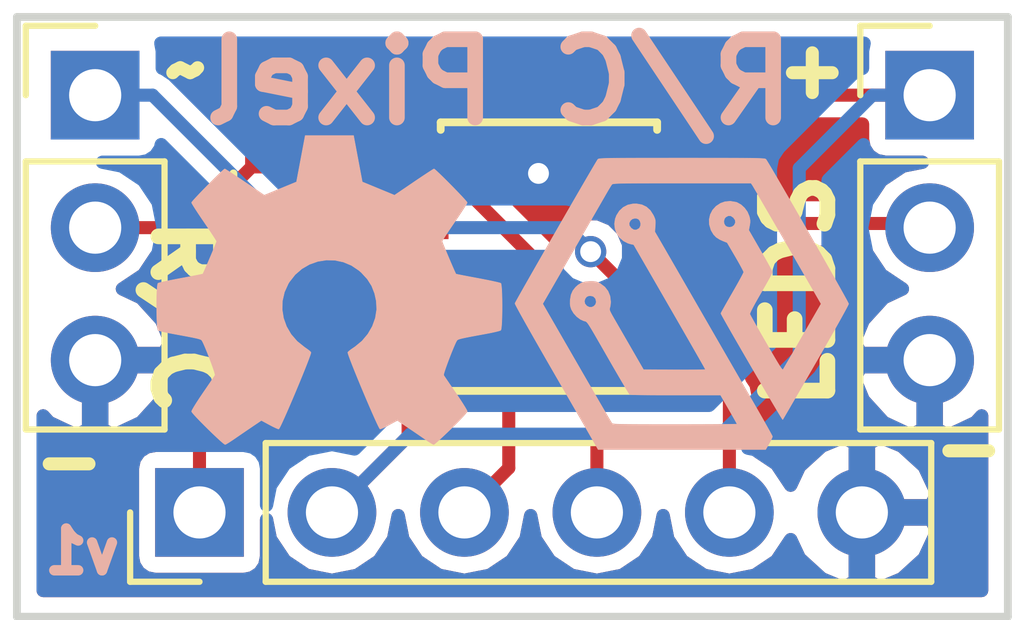
<source format=kicad_pcb>
(kicad_pcb (version 4) (host pcbnew 4.0.7)

  (general
    (links 14)
    (no_connects 3)
    (area 122.073809 101.025 152.74762 117.747619)
    (thickness 1.6)
    (drawings 12)
    (tracks 39)
    (zones 0)
    (modules 7)
    (nets 9)
  )

  (page A4)
  (layers
    (0 F.Cu signal)
    (31 B.Cu signal)
    (32 B.Adhes user)
    (33 F.Adhes user)
    (34 B.Paste user)
    (35 F.Paste user)
    (36 B.SilkS user)
    (37 F.SilkS user)
    (38 B.Mask user)
    (39 F.Mask user)
    (40 Dwgs.User user)
    (41 Cmts.User user)
    (42 Eco1.User user)
    (43 Eco2.User user)
    (44 Edge.Cuts user)
    (45 Margin user)
    (46 B.CrtYd user)
    (47 F.CrtYd user)
    (48 B.Fab user hide)
    (49 F.Fab user hide)
  )

  (setup
    (last_trace_width 0.25)
    (trace_clearance 0.2)
    (zone_clearance 0.3)
    (zone_45_only no)
    (trace_min 0.2)
    (segment_width 0.2)
    (edge_width 0.15)
    (via_size 0.6)
    (via_drill 0.4)
    (via_min_size 0.4)
    (via_min_drill 0.3)
    (uvia_size 0.3)
    (uvia_drill 0.1)
    (uvias_allowed no)
    (uvia_min_size 0.2)
    (uvia_min_drill 0.1)
    (pcb_text_width 0.3)
    (pcb_text_size 1.5 1.5)
    (mod_edge_width 0.15)
    (mod_text_size 1 1)
    (mod_text_width 0.15)
    (pad_size 1.524 1.524)
    (pad_drill 0.762)
    (pad_to_mask_clearance 0.2)
    (aux_axis_origin 0 0)
    (visible_elements FFFFFF7F)
    (pcbplotparams
      (layerselection 0x010f0_80000001)
      (usegerberextensions false)
      (excludeedgelayer true)
      (linewidth 0.100000)
      (plotframeref false)
      (viasonmask false)
      (mode 1)
      (useauxorigin false)
      (hpglpennumber 1)
      (hpglpenspeed 20)
      (hpglpendiameter 15)
      (hpglpenoverlay 2)
      (psnegative false)
      (psa4output false)
      (plotreference true)
      (plotvalue true)
      (plotinvisibletext false)
      (padsonsilk false)
      (subtractmaskfromsilk false)
      (outputformat 1)
      (mirror false)
      (drillshape 0)
      (scaleselection 1)
      (outputdirectory gerbers/))
  )

  (net 0 "")
  (net 1 GND)
  (net 2 +5V)
  (net 3 /RC)
  (net 4 /LEDS)
  (net 5 /MISO)
  (net 6 /SCK)
  (net 7 /MOSI)
  (net 8 /RST)

  (net_class Default "This is the default net class."
    (clearance 0.2)
    (trace_width 0.25)
    (via_dia 0.6)
    (via_drill 0.4)
    (uvia_dia 0.3)
    (uvia_drill 0.1)
    (add_net +5V)
    (add_net /LEDS)
    (add_net /MISO)
    (add_net /MOSI)
    (add_net /RC)
    (add_net /RST)
    (add_net /SCK)
    (add_net GND)
  )

  (module Capacitors_SMD:C_0805 (layer F.Cu) (tedit 5A9DB525) (tstamp 5A9DB466)
    (at 135.5 107 270)
    (descr "Capacitor SMD 0805, reflow soldering, AVX (see smccp.pdf)")
    (tags "capacitor 0805")
    (path /5A9DB8B4)
    (attr smd)
    (fp_text reference C1 (at 0 -2.1 270) (layer F.SilkS) hide
      (effects (font (size 1 1) (thickness 0.15)))
    )
    (fp_text value C (at 0 2.1 270) (layer F.Fab)
      (effects (font (size 1 1) (thickness 0.15)))
    )
    (fp_line (start -1 0.625) (end -1 -0.625) (layer F.Fab) (width 0.15))
    (fp_line (start 1 0.625) (end -1 0.625) (layer F.Fab) (width 0.15))
    (fp_line (start 1 -0.625) (end 1 0.625) (layer F.Fab) (width 0.15))
    (fp_line (start -1 -0.625) (end 1 -0.625) (layer F.Fab) (width 0.15))
    (fp_line (start -1.8 -1) (end 1.8 -1) (layer F.CrtYd) (width 0.05))
    (fp_line (start -1.8 1) (end 1.8 1) (layer F.CrtYd) (width 0.05))
    (fp_line (start -1.8 -1) (end -1.8 1) (layer F.CrtYd) (width 0.05))
    (fp_line (start 1.8 -1) (end 1.8 1) (layer F.CrtYd) (width 0.05))
    (fp_line (start 0.5 -0.85) (end -0.5 -0.85) (layer F.SilkS) (width 0.15))
    (fp_line (start -0.5 0.85) (end 0.5 0.85) (layer F.SilkS) (width 0.15))
    (pad 1 smd rect (at -1 0 270) (size 1 1.25) (layers F.Cu F.Paste F.Mask)
      (net 2 +5V))
    (pad 2 smd rect (at 1 0 270) (size 1 1.25) (layers F.Cu F.Paste F.Mask)
      (net 1 GND))
    (model Capacitors_SMD.3dshapes/C_0805.wrl
      (at (xyz 0 0 0))
      (scale (xyz 1 1 1))
      (rotate (xyz 0 0 0))
    )
  )

  (module Pin_Headers:Pin_Header_Straight_1x03_Pitch2.54mm (layer F.Cu) (tedit 5A9DB518) (tstamp 5A9DB46D)
    (at 132 105)
    (descr "Through hole straight pin header, 1x03, 2.54mm pitch, single row")
    (tags "Through hole pin header THT 1x03 2.54mm single row")
    (path /5A9DABAC)
    (fp_text reference J1 (at -1 -3) (layer F.SilkS) hide
      (effects (font (size 1 1) (thickness 0.15)))
    )
    (fp_text value Conn_01x03 (at 0 7.41) (layer F.Fab)
      (effects (font (size 1 1) (thickness 0.15)))
    )
    (fp_line (start -0.635 -1.27) (end 1.27 -1.27) (layer F.Fab) (width 0.1))
    (fp_line (start 1.27 -1.27) (end 1.27 6.35) (layer F.Fab) (width 0.1))
    (fp_line (start 1.27 6.35) (end -1.27 6.35) (layer F.Fab) (width 0.1))
    (fp_line (start -1.27 6.35) (end -1.27 -0.635) (layer F.Fab) (width 0.1))
    (fp_line (start -1.27 -0.635) (end -0.635 -1.27) (layer F.Fab) (width 0.1))
    (fp_line (start -1.33 6.41) (end 1.33 6.41) (layer F.SilkS) (width 0.12))
    (fp_line (start -1.33 1.27) (end -1.33 6.41) (layer F.SilkS) (width 0.12))
    (fp_line (start 1.33 1.27) (end 1.33 6.41) (layer F.SilkS) (width 0.12))
    (fp_line (start -1.33 1.27) (end 1.33 1.27) (layer F.SilkS) (width 0.12))
    (fp_line (start -1.33 0) (end -1.33 -1.33) (layer F.SilkS) (width 0.12))
    (fp_line (start -1.33 -1.33) (end 0 -1.33) (layer F.SilkS) (width 0.12))
    (fp_line (start -1.8 -1.8) (end -1.8 6.85) (layer F.CrtYd) (width 0.05))
    (fp_line (start -1.8 6.85) (end 1.8 6.85) (layer F.CrtYd) (width 0.05))
    (fp_line (start 1.8 6.85) (end 1.8 -1.8) (layer F.CrtYd) (width 0.05))
    (fp_line (start 1.8 -1.8) (end -1.8 -1.8) (layer F.CrtYd) (width 0.05))
    (fp_text user %R (at 0 2.54 90) (layer F.Fab)
      (effects (font (size 1 1) (thickness 0.15)))
    )
    (pad 1 thru_hole rect (at 0 0) (size 1.7 1.7) (drill 1) (layers *.Cu *.Mask)
      (net 3 /RC))
    (pad 2 thru_hole oval (at 0 2.54) (size 1.7 1.7) (drill 1) (layers *.Cu *.Mask)
      (net 2 +5V))
    (pad 3 thru_hole oval (at 0 5.08) (size 1.7 1.7) (drill 1) (layers *.Cu *.Mask)
      (net 1 GND))
    (model ${KISYS3DMOD}/Pin_Headers.3dshapes/Pin_Header_Straight_1x03_Pitch2.54mm.wrl
      (at (xyz 0 0 0))
      (scale (xyz 1 1 1))
      (rotate (xyz 0 0 0))
    )
  )

  (module Pin_Headers:Pin_Header_Straight_1x03_Pitch2.54mm (layer F.Cu) (tedit 5A9DB51C) (tstamp 5A9DB474)
    (at 148 105)
    (descr "Through hole straight pin header, 1x03, 2.54mm pitch, single row")
    (tags "Through hole pin header THT 1x03 2.54mm single row")
    (path /5A9DAC1C)
    (fp_text reference J2 (at 0 -2.33) (layer F.SilkS) hide
      (effects (font (size 1 1) (thickness 0.15)))
    )
    (fp_text value Conn_01x03 (at 0 7.41) (layer F.Fab)
      (effects (font (size 1 1) (thickness 0.15)))
    )
    (fp_line (start -0.635 -1.27) (end 1.27 -1.27) (layer F.Fab) (width 0.1))
    (fp_line (start 1.27 -1.27) (end 1.27 6.35) (layer F.Fab) (width 0.1))
    (fp_line (start 1.27 6.35) (end -1.27 6.35) (layer F.Fab) (width 0.1))
    (fp_line (start -1.27 6.35) (end -1.27 -0.635) (layer F.Fab) (width 0.1))
    (fp_line (start -1.27 -0.635) (end -0.635 -1.27) (layer F.Fab) (width 0.1))
    (fp_line (start -1.33 6.41) (end 1.33 6.41) (layer F.SilkS) (width 0.12))
    (fp_line (start -1.33 1.27) (end -1.33 6.41) (layer F.SilkS) (width 0.12))
    (fp_line (start 1.33 1.27) (end 1.33 6.41) (layer F.SilkS) (width 0.12))
    (fp_line (start -1.33 1.27) (end 1.33 1.27) (layer F.SilkS) (width 0.12))
    (fp_line (start -1.33 0) (end -1.33 -1.33) (layer F.SilkS) (width 0.12))
    (fp_line (start -1.33 -1.33) (end 0 -1.33) (layer F.SilkS) (width 0.12))
    (fp_line (start -1.8 -1.8) (end -1.8 6.85) (layer F.CrtYd) (width 0.05))
    (fp_line (start -1.8 6.85) (end 1.8 6.85) (layer F.CrtYd) (width 0.05))
    (fp_line (start 1.8 6.85) (end 1.8 -1.8) (layer F.CrtYd) (width 0.05))
    (fp_line (start 1.8 -1.8) (end -1.8 -1.8) (layer F.CrtYd) (width 0.05))
    (fp_text user %R (at 0 2.54 90) (layer F.Fab)
      (effects (font (size 1 1) (thickness 0.15)))
    )
    (pad 1 thru_hole rect (at 0 0) (size 1.7 1.7) (drill 1) (layers *.Cu *.Mask)
      (net 2 +5V))
    (pad 2 thru_hole oval (at 0 2.54) (size 1.7 1.7) (drill 1) (layers *.Cu *.Mask)
      (net 4 /LEDS))
    (pad 3 thru_hole oval (at 0 5.08) (size 1.7 1.7) (drill 1) (layers *.Cu *.Mask)
      (net 1 GND))
    (model ${KISYS3DMOD}/Pin_Headers.3dshapes/Pin_Header_Straight_1x03_Pitch2.54mm.wrl
      (at (xyz 0 0 0))
      (scale (xyz 1 1 1))
      (rotate (xyz 0 0 0))
    )
  )

  (module Pin_Headers:Pin_Header_Straight_1x06_Pitch2.54mm (layer F.Cu) (tedit 5A9DB51E) (tstamp 5A9DB47E)
    (at 134 113 90)
    (descr "Through hole straight pin header, 1x06, 2.54mm pitch, single row")
    (tags "Through hole pin header THT 1x06 2.54mm single row")
    (path /5A9DAC70)
    (fp_text reference J3 (at 0 -2.33 90) (layer F.SilkS) hide
      (effects (font (size 1 1) (thickness 0.15)))
    )
    (fp_text value Conn_01x06 (at 0 15.03 90) (layer F.Fab)
      (effects (font (size 1 1) (thickness 0.15)))
    )
    (fp_line (start -0.635 -1.27) (end 1.27 -1.27) (layer F.Fab) (width 0.1))
    (fp_line (start 1.27 -1.27) (end 1.27 13.97) (layer F.Fab) (width 0.1))
    (fp_line (start 1.27 13.97) (end -1.27 13.97) (layer F.Fab) (width 0.1))
    (fp_line (start -1.27 13.97) (end -1.27 -0.635) (layer F.Fab) (width 0.1))
    (fp_line (start -1.27 -0.635) (end -0.635 -1.27) (layer F.Fab) (width 0.1))
    (fp_line (start -1.33 14.03) (end 1.33 14.03) (layer F.SilkS) (width 0.12))
    (fp_line (start -1.33 1.27) (end -1.33 14.03) (layer F.SilkS) (width 0.12))
    (fp_line (start 1.33 1.27) (end 1.33 14.03) (layer F.SilkS) (width 0.12))
    (fp_line (start -1.33 1.27) (end 1.33 1.27) (layer F.SilkS) (width 0.12))
    (fp_line (start -1.33 0) (end -1.33 -1.33) (layer F.SilkS) (width 0.12))
    (fp_line (start -1.33 -1.33) (end 0 -1.33) (layer F.SilkS) (width 0.12))
    (fp_line (start -1.8 -1.8) (end -1.8 14.5) (layer F.CrtYd) (width 0.05))
    (fp_line (start -1.8 14.5) (end 1.8 14.5) (layer F.CrtYd) (width 0.05))
    (fp_line (start 1.8 14.5) (end 1.8 -1.8) (layer F.CrtYd) (width 0.05))
    (fp_line (start 1.8 -1.8) (end -1.8 -1.8) (layer F.CrtYd) (width 0.05))
    (fp_text user %R (at 0 6.35 180) (layer F.Fab)
      (effects (font (size 1 1) (thickness 0.15)))
    )
    (pad 1 thru_hole rect (at 0 0 90) (size 1.7 1.7) (drill 1) (layers *.Cu *.Mask)
      (net 5 /MISO))
    (pad 2 thru_hole oval (at 0 2.54 90) (size 1.7 1.7) (drill 1) (layers *.Cu *.Mask)
      (net 2 +5V))
    (pad 3 thru_hole oval (at 0 5.08 90) (size 1.7 1.7) (drill 1) (layers *.Cu *.Mask)
      (net 6 /SCK))
    (pad 4 thru_hole oval (at 0 7.62 90) (size 1.7 1.7) (drill 1) (layers *.Cu *.Mask)
      (net 7 /MOSI))
    (pad 5 thru_hole oval (at 0 10.16 90) (size 1.7 1.7) (drill 1) (layers *.Cu *.Mask)
      (net 8 /RST))
    (pad 6 thru_hole oval (at 0 12.7 90) (size 1.7 1.7) (drill 1) (layers *.Cu *.Mask)
      (net 1 GND))
    (model ${KISYS3DMOD}/Pin_Headers.3dshapes/Pin_Header_Straight_1x06_Pitch2.54mm.wrl
      (at (xyz 0 0 0))
      (scale (xyz 1 1 1))
      (rotate (xyz 0 0 0))
    )
  )

  (module Housings_SOIC:SOIC-8_3.9x4.9mm_Pitch1.27mm (layer F.Cu) (tedit 5A9DBCA4) (tstamp 5A9DB48A)
    (at 140.7 108.095 180)
    (descr "8-Lead Plastic Small Outline (SN) - Narrow, 3.90 mm Body [SOIC] (see Microchip Packaging Specification 00000049BS.pdf)")
    (tags "SOIC 1.27")
    (path /5A9DAB54)
    (attr smd)
    (fp_text reference U1 (at 0 -3.5 180) (layer F.SilkS) hide
      (effects (font (size 1 1) (thickness 0.15)))
    )
    (fp_text value ATTINY85-20SU (at 0 3.5 180) (layer F.Fab)
      (effects (font (size 1 1) (thickness 0.15)))
    )
    (fp_line (start -0.95 -2.45) (end 1.95 -2.45) (layer F.Fab) (width 0.15))
    (fp_line (start 1.95 -2.45) (end 1.95 2.45) (layer F.Fab) (width 0.15))
    (fp_line (start 1.95 2.45) (end -1.95 2.45) (layer F.Fab) (width 0.15))
    (fp_line (start -1.95 2.45) (end -1.95 -1.45) (layer F.Fab) (width 0.15))
    (fp_line (start -1.95 -1.45) (end -0.95 -2.45) (layer F.Fab) (width 0.15))
    (fp_line (start -3.75 -2.75) (end -3.75 2.75) (layer F.CrtYd) (width 0.05))
    (fp_line (start 3.75 -2.75) (end 3.75 2.75) (layer F.CrtYd) (width 0.05))
    (fp_line (start -3.75 -2.75) (end 3.75 -2.75) (layer F.CrtYd) (width 0.05))
    (fp_line (start -3.75 2.75) (end 3.75 2.75) (layer F.CrtYd) (width 0.05))
    (fp_line (start -2.075 -2.575) (end -2.075 -2.525) (layer F.SilkS) (width 0.15))
    (fp_line (start 2.075 -2.575) (end 2.075 -2.43) (layer F.SilkS) (width 0.15))
    (fp_line (start 2.075 2.575) (end 2.075 2.43) (layer F.SilkS) (width 0.15))
    (fp_line (start -2.075 2.575) (end -2.075 2.43) (layer F.SilkS) (width 0.15))
    (fp_line (start -2.075 -2.575) (end 2.075 -2.575) (layer F.SilkS) (width 0.15))
    (fp_line (start -2.075 2.575) (end 2.075 2.575) (layer F.SilkS) (width 0.15))
    (fp_line (start -2.075 -2.525) (end -3.475 -2.525) (layer F.SilkS) (width 0.15))
    (pad 1 smd rect (at -2.7 -1.905 180) (size 1.55 0.6) (layers F.Cu F.Paste F.Mask)
      (net 8 /RST))
    (pad 2 smd rect (at -2.7 -0.635 180) (size 1.55 0.6) (layers F.Cu F.Paste F.Mask)
      (net 3 /RC))
    (pad 3 smd rect (at -2.7 0.635 180) (size 1.55 0.6) (layers F.Cu F.Paste F.Mask)
      (net 4 /LEDS))
    (pad 4 smd rect (at -2.7 1.905 180) (size 1.55 0.6) (layers F.Cu F.Paste F.Mask)
      (net 1 GND))
    (pad 5 smd rect (at 2.7 1.905 180) (size 1.55 0.6) (layers F.Cu F.Paste F.Mask)
      (net 7 /MOSI))
    (pad 6 smd rect (at 2.7 0.635 180) (size 1.55 0.6) (layers F.Cu F.Paste F.Mask)
      (net 5 /MISO))
    (pad 7 smd rect (at 2.7 -0.635 180) (size 1.55 0.6) (layers F.Cu F.Paste F.Mask)
      (net 6 /SCK))
    (pad 8 smd rect (at 2.7 -1.905 180) (size 1.55 0.6) (layers F.Cu F.Paste F.Mask)
      (net 2 +5V))
    (model Housings_SOIC.3dshapes/SOIC-8_3.9x4.9mm_Pitch1.27mm.wrl
      (at (xyz 0 0 0))
      (scale (xyz 1 1 1))
      (rotate (xyz 0 0 0))
    )
  )

  (module Symbols:OSHW-Symbol_6.7x6mm_SilkScreen (layer B.Cu) (tedit 0) (tstamp 5A9DBC4F)
    (at 136.5 108.75 180)
    (descr "Open Source Hardware Symbol")
    (tags "Logo Symbol OSHW")
    (attr virtual)
    (fp_text reference REF*** (at 0 0 180) (layer B.SilkS) hide
      (effects (font (size 1 1) (thickness 0.15)) (justify mirror))
    )
    (fp_text value OSHW-Symbol_6.7x6mm_SilkScreen (at 0.75 0 180) (layer B.Fab) hide
      (effects (font (size 1 1) (thickness 0.15)) (justify mirror))
    )
    (fp_poly (pts (xy 0.555814 2.531069) (xy 0.639635 2.086445) (xy 0.94892 1.958947) (xy 1.258206 1.831449)
      (xy 1.629246 2.083754) (xy 1.733157 2.154004) (xy 1.827087 2.216728) (xy 1.906652 2.269062)
      (xy 1.96747 2.308143) (xy 2.005157 2.331107) (xy 2.015421 2.336058) (xy 2.03391 2.323324)
      (xy 2.07342 2.288118) (xy 2.129522 2.234938) (xy 2.197787 2.168282) (xy 2.273786 2.092646)
      (xy 2.353092 2.012528) (xy 2.431275 1.932426) (xy 2.503907 1.856836) (xy 2.566559 1.790255)
      (xy 2.614803 1.737182) (xy 2.64421 1.702113) (xy 2.651241 1.690377) (xy 2.641123 1.66874)
      (xy 2.612759 1.621338) (xy 2.569129 1.552807) (xy 2.513218 1.467785) (xy 2.448006 1.370907)
      (xy 2.410219 1.31565) (xy 2.341343 1.214752) (xy 2.28014 1.123701) (xy 2.229578 1.04703)
      (xy 2.192628 0.989272) (xy 2.172258 0.954957) (xy 2.169197 0.947746) (xy 2.176136 0.927252)
      (xy 2.195051 0.879487) (xy 2.223087 0.811168) (xy 2.257391 0.729011) (xy 2.295109 0.63973)
      (xy 2.333387 0.550042) (xy 2.36937 0.466662) (xy 2.400206 0.396306) (xy 2.423039 0.34569)
      (xy 2.435017 0.321529) (xy 2.435724 0.320578) (xy 2.454531 0.315964) (xy 2.504618 0.305672)
      (xy 2.580793 0.290713) (xy 2.677865 0.272099) (xy 2.790643 0.250841) (xy 2.856442 0.238582)
      (xy 2.97695 0.215638) (xy 3.085797 0.193805) (xy 3.177476 0.174278) (xy 3.246481 0.158252)
      (xy 3.287304 0.146921) (xy 3.295511 0.143326) (xy 3.303548 0.118994) (xy 3.310033 0.064041)
      (xy 3.31497 -0.015108) (xy 3.318364 -0.112026) (xy 3.320218 -0.220287) (xy 3.320538 -0.333465)
      (xy 3.319327 -0.445135) (xy 3.31659 -0.548868) (xy 3.312331 -0.638241) (xy 3.306555 -0.706826)
      (xy 3.299267 -0.748197) (xy 3.294895 -0.75681) (xy 3.268764 -0.767133) (xy 3.213393 -0.781892)
      (xy 3.136107 -0.799352) (xy 3.04423 -0.81778) (xy 3.012158 -0.823741) (xy 2.857524 -0.852066)
      (xy 2.735375 -0.874876) (xy 2.641673 -0.89308) (xy 2.572384 -0.907583) (xy 2.523471 -0.919292)
      (xy 2.490897 -0.929115) (xy 2.470628 -0.937956) (xy 2.458626 -0.946724) (xy 2.456947 -0.948457)
      (xy 2.440184 -0.976371) (xy 2.414614 -1.030695) (xy 2.382788 -1.104777) (xy 2.34726 -1.191965)
      (xy 2.310583 -1.285608) (xy 2.275311 -1.379052) (xy 2.243996 -1.465647) (xy 2.219193 -1.53874)
      (xy 2.203454 -1.591678) (xy 2.199332 -1.617811) (xy 2.199676 -1.618726) (xy 2.213641 -1.640086)
      (xy 2.245322 -1.687084) (xy 2.291391 -1.754827) (xy 2.348518 -1.838423) (xy 2.413373 -1.932982)
      (xy 2.431843 -1.959854) (xy 2.497699 -2.057275) (xy 2.55565 -2.146163) (xy 2.602538 -2.221412)
      (xy 2.635207 -2.27792) (xy 2.6505 -2.310581) (xy 2.651241 -2.314593) (xy 2.638392 -2.335684)
      (xy 2.602888 -2.377464) (xy 2.549293 -2.435445) (xy 2.482171 -2.505135) (xy 2.406087 -2.582045)
      (xy 2.325604 -2.661683) (xy 2.245287 -2.739561) (xy 2.169699 -2.811186) (xy 2.103405 -2.87207)
      (xy 2.050969 -2.917721) (xy 2.016955 -2.94365) (xy 2.007545 -2.947883) (xy 1.985643 -2.937912)
      (xy 1.9408 -2.91102) (xy 1.880321 -2.871736) (xy 1.833789 -2.840117) (xy 1.749475 -2.782098)
      (xy 1.649626 -2.713784) (xy 1.549473 -2.645579) (xy 1.495627 -2.609075) (xy 1.313371 -2.4858)
      (xy 1.160381 -2.56852) (xy 1.090682 -2.604759) (xy 1.031414 -2.632926) (xy 0.991311 -2.648991)
      (xy 0.981103 -2.651226) (xy 0.968829 -2.634722) (xy 0.944613 -2.588082) (xy 0.910263 -2.515609)
      (xy 0.867588 -2.421606) (xy 0.818394 -2.310374) (xy 0.76449 -2.186215) (xy 0.707684 -2.053432)
      (xy 0.649782 -1.916327) (xy 0.592593 -1.779202) (xy 0.537924 -1.646358) (xy 0.487584 -1.522098)
      (xy 0.44338 -1.410725) (xy 0.407119 -1.316539) (xy 0.380609 -1.243844) (xy 0.365658 -1.196941)
      (xy 0.363254 -1.180833) (xy 0.382311 -1.160286) (xy 0.424036 -1.126933) (xy 0.479706 -1.087702)
      (xy 0.484378 -1.084599) (xy 0.628264 -0.969423) (xy 0.744283 -0.835053) (xy 0.83143 -0.685784)
      (xy 0.888699 -0.525913) (xy 0.915086 -0.359737) (xy 0.909585 -0.191552) (xy 0.87119 -0.025655)
      (xy 0.798895 0.133658) (xy 0.777626 0.168513) (xy 0.666996 0.309263) (xy 0.536302 0.422286)
      (xy 0.390064 0.506997) (xy 0.232808 0.562806) (xy 0.069057 0.589126) (xy -0.096667 0.58537)
      (xy -0.259838 0.55095) (xy -0.415935 0.485277) (xy -0.560433 0.387765) (xy -0.605131 0.348187)
      (xy -0.718888 0.224297) (xy -0.801782 0.093876) (xy -0.858644 -0.052315) (xy -0.890313 -0.197088)
      (xy -0.898131 -0.35986) (xy -0.872062 -0.52344) (xy -0.814755 -0.682298) (xy -0.728856 -0.830906)
      (xy -0.617014 -0.963735) (xy -0.481877 -1.075256) (xy -0.464117 -1.087011) (xy -0.40785 -1.125508)
      (xy -0.365077 -1.158863) (xy -0.344628 -1.18016) (xy -0.344331 -1.180833) (xy -0.348721 -1.203871)
      (xy -0.366124 -1.256157) (xy -0.394732 -1.33339) (xy -0.432735 -1.431268) (xy -0.478326 -1.545491)
      (xy -0.529697 -1.671758) (xy -0.585038 -1.805767) (xy -0.642542 -1.943218) (xy -0.700399 -2.079808)
      (xy -0.756802 -2.211237) (xy -0.809942 -2.333205) (xy -0.85801 -2.441409) (xy -0.899199 -2.531549)
      (xy -0.931699 -2.599323) (xy -0.953703 -2.64043) (xy -0.962564 -2.651226) (xy -0.98964 -2.642819)
      (xy -1.040303 -2.620272) (xy -1.105817 -2.587613) (xy -1.141841 -2.56852) (xy -1.294832 -2.4858)
      (xy -1.477088 -2.609075) (xy -1.570125 -2.672228) (xy -1.671985 -2.741727) (xy -1.767438 -2.807165)
      (xy -1.81525 -2.840117) (xy -1.882495 -2.885273) (xy -1.939436 -2.921057) (xy -1.978646 -2.942938)
      (xy -1.991381 -2.947563) (xy -2.009917 -2.935085) (xy -2.050941 -2.900252) (xy -2.110475 -2.846678)
      (xy -2.184542 -2.777983) (xy -2.269165 -2.697781) (xy -2.322685 -2.646286) (xy -2.416319 -2.554286)
      (xy -2.497241 -2.471999) (xy -2.562177 -2.402945) (xy -2.607858 -2.350644) (xy -2.631011 -2.318616)
      (xy -2.633232 -2.312116) (xy -2.622924 -2.287394) (xy -2.594439 -2.237405) (xy -2.550937 -2.167212)
      (xy -2.495577 -2.081875) (xy -2.43152 -1.986456) (xy -2.413303 -1.959854) (xy -2.346927 -1.863167)
      (xy -2.287378 -1.776117) (xy -2.237984 -1.703595) (xy -2.202075 -1.650493) (xy -2.182981 -1.621703)
      (xy -2.181136 -1.618726) (xy -2.183895 -1.595782) (xy -2.198538 -1.545336) (xy -2.222513 -1.474041)
      (xy -2.253266 -1.388547) (xy -2.288244 -1.295507) (xy -2.324893 -1.201574) (xy -2.360661 -1.113399)
      (xy -2.392994 -1.037634) (xy -2.419338 -0.980931) (xy -2.437142 -0.949943) (xy -2.438407 -0.948457)
      (xy -2.449294 -0.939601) (xy -2.467682 -0.930843) (xy -2.497606 -0.921277) (xy -2.543103 -0.909996)
      (xy -2.608209 -0.896093) (xy -2.696961 -0.878663) (xy -2.813393 -0.856798) (xy -2.961542 -0.829591)
      (xy -2.993618 -0.823741) (xy -3.088686 -0.805374) (xy -3.171565 -0.787405) (xy -3.23493 -0.771569)
      (xy -3.271458 -0.7596) (xy -3.276356 -0.75681) (xy -3.284427 -0.732072) (xy -3.290987 -0.67679)
      (xy -3.296033 -0.597389) (xy -3.299559 -0.500296) (xy -3.301561 -0.391938) (xy -3.302036 -0.27874)
      (xy -3.300977 -0.167128) (xy -3.298382 -0.063529) (xy -3.294246 0.025632) (xy -3.288563 0.093928)
      (xy -3.281331 0.134934) (xy -3.276971 0.143326) (xy -3.252698 0.151792) (xy -3.197426 0.165565)
      (xy -3.116662 0.18345) (xy -3.015912 0.204252) (xy -2.900683 0.226777) (xy -2.837902 0.238582)
      (xy -2.718787 0.260849) (xy -2.612565 0.281021) (xy -2.524427 0.298085) (xy -2.459566 0.311031)
      (xy -2.423174 0.318845) (xy -2.417184 0.320578) (xy -2.407061 0.34011) (xy -2.385662 0.387157)
      (xy -2.355839 0.454997) (xy -2.320445 0.536909) (xy -2.282332 0.626172) (xy -2.244353 0.716065)
      (xy -2.20936 0.799865) (xy -2.180206 0.870853) (xy -2.159743 0.922306) (xy -2.150823 0.947503)
      (xy -2.150657 0.948604) (xy -2.160769 0.968481) (xy -2.189117 1.014223) (xy -2.232723 1.081283)
      (xy -2.288606 1.165116) (xy -2.353787 1.261174) (xy -2.391679 1.31635) (xy -2.460725 1.417519)
      (xy -2.52205 1.50937) (xy -2.572663 1.587256) (xy -2.609571 1.646531) (xy -2.629782 1.682549)
      (xy -2.632701 1.690623) (xy -2.620153 1.709416) (xy -2.585463 1.749543) (xy -2.533063 1.806507)
      (xy -2.467384 1.875815) (xy -2.392856 1.952969) (xy -2.313913 2.033475) (xy -2.234983 2.112837)
      (xy -2.1605 2.18656) (xy -2.094894 2.250148) (xy -2.042596 2.299106) (xy -2.008039 2.328939)
      (xy -1.996478 2.336058) (xy -1.977654 2.326047) (xy -1.932631 2.297922) (xy -1.865787 2.254546)
      (xy -1.781499 2.198782) (xy -1.684144 2.133494) (xy -1.610707 2.083754) (xy -1.239667 1.831449)
      (xy -0.621095 2.086445) (xy -0.537275 2.531069) (xy -0.453454 2.975693) (xy 0.471994 2.975693)
      (xy 0.555814 2.531069)) (layer B.SilkS) (width 0.01))
  )

  (module machadolab:mhq_logo_small (layer B.Cu) (tedit 0) (tstamp 5A9DBCC7)
    (at 143.25 109 180)
    (fp_text reference G*** (at 0 0 180) (layer B.SilkS) hide
      (effects (font (thickness 0.3)) (justify mirror))
    )
    (fp_text value LOGO (at 0.75 0 180) (layer B.SilkS) hide
      (effects (font (thickness 0.3)) (justify mirror))
    )
    (fp_poly (pts (xy 0.246224 2.793982) (xy 0.465773 2.79391) (xy 0.660195 2.793762) (xy 0.831038 2.793514)
      (xy 0.97985 2.793142) (xy 1.108177 2.792622) (xy 1.217569 2.79193) (xy 1.309572 2.791044)
      (xy 1.385734 2.789938) (xy 1.447603 2.78859) (xy 1.496726 2.786976) (xy 1.534652 2.785072)
      (xy 1.562927 2.782854) (xy 1.5831 2.780298) (xy 1.596718 2.777381) (xy 1.605329 2.77408)
      (xy 1.61048 2.77037) (xy 1.611469 2.769306) (xy 1.622703 2.752274) (xy 1.646689 2.712872)
      (xy 1.682333 2.653004) (xy 1.728537 2.574575) (xy 1.784207 2.47949) (xy 1.848247 2.369652)
      (xy 1.91956 2.246968) (xy 1.997051 2.113342) (xy 2.079624 1.970679) (xy 2.166184 1.820882)
      (xy 2.255634 1.665858) (xy 2.34688 1.507511) (xy 2.438824 1.347745) (xy 2.530371 1.188466)
      (xy 2.620427 1.031578) (xy 2.707893 0.878986) (xy 2.791676 0.732594) (xy 2.870679 0.594308)
      (xy 2.943806 0.466032) (xy 3.009962 0.349671) (xy 3.06805 0.24713) (xy 3.116976 0.160313)
      (xy 3.155642 0.091125) (xy 3.182954 0.041471) (xy 3.197816 0.013256) (xy 3.200292 0.007525)
      (xy 3.193926 -0.009194) (xy 3.173851 -0.049242) (xy 3.140639 -0.111601) (xy 3.09486 -0.195257)
      (xy 3.037085 -0.299193) (xy 2.967886 -0.422393) (xy 2.887832 -0.563843) (xy 2.797494 -0.722526)
      (xy 2.697444 -0.897426) (xy 2.588253 -1.087528) (xy 2.47049 -1.291816) (xy 2.457407 -1.31447)
      (xy 2.354725 -1.492267) (xy 2.255238 -1.664588) (xy 2.159951 -1.829686) (xy 2.06987 -1.985816)
      (xy 1.986003 -2.131232) (xy 1.909354 -2.264187) (xy 1.840932 -2.382935) (xy 1.781742 -2.485731)
      (xy 1.73279 -2.570828) (xy 1.695084 -2.63648) (xy 1.669628 -2.680941) (xy 1.658316 -2.700875)
      (xy 1.606238 -2.794) (xy -1.605657 -2.794) (xy -1.670662 -2.679265) (xy -1.699181 -2.626921)
      (xy -1.721334 -2.582438) (xy -1.733939 -2.552398) (xy -1.735667 -2.544846) (xy -1.728775 -2.52936)
      (xy -1.708928 -2.491693) (xy -1.677371 -2.434056) (xy -1.635349 -2.358659) (xy -1.584106 -2.267711)
      (xy -1.524886 -2.163422) (xy -1.458933 -2.048004) (xy -1.387493 -1.923664) (xy -1.321517 -1.809387)
      (xy -1.246781 -1.68016) (xy -1.160103 -1.530184) (xy -1.063626 -1.363167) (xy -0.959489 -1.182819)
      (xy -0.849833 -0.992848) (xy -0.736799 -0.796964) (xy -0.622526 -0.598876) (xy -0.509157 -0.402292)
      (xy -0.398831 -0.210922) (xy -0.293689 -0.028475) (xy -0.289479 -0.021167) (xy -0.194841 0.143076)
      (xy -0.102413 0.303452) (xy -0.01342 0.457839) (xy 0.070913 0.604113) (xy 0.149361 0.740149)
      (xy 0.220699 0.863823) (xy 0.283702 0.973011) (xy 0.337144 1.065591) (xy 0.379802 1.139437)
      (xy 0.410448 1.192425) (xy 0.424013 1.215822) (xy 0.519615 1.380365) (xy 0.511801 1.494375)
      (xy 0.509018 1.546267) (xy 0.791298 1.546267) (xy 0.792633 1.499336) (xy 0.810883 1.457401)
      (xy 0.827403 1.440358) (xy 0.876266 1.414962) (xy 0.92358 1.417567) (xy 0.970555 1.448269)
      (xy 0.974752 1.452359) (xy 1.008026 1.499683) (xy 1.013138 1.546745) (xy 0.990065 1.593231)
      (xy 0.98425 1.600049) (xy 0.950345 1.627874) (xy 0.90879 1.638777) (xy 0.871361 1.638514)
      (xy 0.832404 1.623707) (xy 0.805135 1.590341) (xy 0.791298 1.546267) (xy 0.509018 1.546267)
      (xy 0.508634 1.553408) (xy 0.51025 1.595435) (xy 0.518675 1.631539) (xy 0.535936 1.672801)
      (xy 0.549597 1.701033) (xy 0.607333 1.790808) (xy 0.680247 1.856833) (xy 0.767911 1.898873)
      (xy 0.869898 1.916691) (xy 0.939416 1.91553) (xy 1.038079 1.894196) (xy 1.125263 1.848529)
      (xy 1.1979 1.781135) (xy 1.252926 1.69462) (xy 1.278332 1.627532) (xy 1.292611 1.531103)
      (xy 1.281343 1.43664) (xy 1.247119 1.348291) (xy 1.192529 1.270207) (xy 1.120165 1.206538)
      (xy 1.032616 1.161431) (xy 0.977544 1.145748) (xy 0.924539 1.134735) (xy 0.236512 -0.057049)
      (xy 0.139227 -0.225671) (xy 0.04604 -0.387399) (xy -0.042089 -0.540557) (xy -0.124202 -0.683469)
      (xy -0.199341 -0.814459) (xy -0.266546 -0.931854) (xy -0.324859 -1.033976) (xy -0.373322 -1.11915)
      (xy -0.410975 -1.185702) (xy -0.436861 -1.231954) (xy -0.45002 -1.256233) (xy -0.451535 -1.25957)
      (xy -0.437915 -1.261769) (xy -0.398984 -1.263647) (xy -0.337655 -1.265166) (xy -0.256838 -1.266294)
      (xy -0.159445 -1.266996) (xy -0.048386 -1.267236) (xy 0.073428 -1.266981) (xy 0.142623 -1.266625)
      (xy 0.736801 -1.262944) (xy 0.968913 -0.860778) (xy 1.030412 -0.75422) (xy 1.092337 -0.646918)
      (xy 1.151967 -0.543587) (xy 1.206583 -0.448941) (xy 1.253464 -0.367692) (xy 1.28989 -0.304556)
      (xy 1.299488 -0.287919) (xy 1.338644 -0.219326) (xy 1.365146 -0.170231) (xy 1.380836 -0.135916)
      (xy 1.387555 -0.111663) (xy 1.387148 -0.092755) (xy 1.382148 -0.076252) (xy 1.373055 -0.03824)
      (xy 1.367431 0.013143) (xy 1.366799 0.033498) (xy 1.642131 0.033498) (xy 1.655571 -0.011595)
      (xy 1.685962 -0.045942) (xy 1.727725 -0.065415) (xy 1.775279 -0.065886) (xy 1.823043 -0.043225)
      (xy 1.8239 -0.042556) (xy 1.860064 0.000922) (xy 1.869853 0.051409) (xy 1.856432 0.09719)
      (xy 1.828292 0.135123) (xy 1.789487 0.152504) (xy 1.754751 0.155222) (xy 1.701738 0.144446)
      (xy 1.664592 0.110829) (xy 1.651223 0.085206) (xy 1.642131 0.033498) (xy 1.366799 0.033498)
      (xy 1.366524 0.042333) (xy 1.379619 0.148739) (xy 1.417596 0.242806) (xy 1.479257 0.322485)
      (xy 1.563406 0.385726) (xy 1.568823 0.388776) (xy 1.611938 0.410596) (xy 1.650195 0.423156)
      (xy 1.694553 0.428869) (xy 1.755974 0.430146) (xy 1.756833 0.430145) (xy 1.848648 0.423452)
      (xy 1.923437 0.401545) (xy 1.98981 0.361017) (xy 2.036046 0.319569) (xy 2.090671 0.251282)
      (xy 2.124724 0.17356) (xy 2.141032 0.079558) (xy 2.142193 0.062365) (xy 2.143262 -0.001692)
      (xy 2.13674 -0.051461) (xy 2.120619 -0.100319) (xy 2.116172 -0.110912) (xy 2.074086 -0.181749)
      (xy 2.014623 -0.246511) (xy 1.94582 -0.297796) (xy 1.882144 -0.326435) (xy 1.867613 -0.330101)
      (xy 1.855427 -0.332887) (xy 1.844381 -0.336637) (xy 1.833272 -0.343195) (xy 1.820893 -0.354407)
      (xy 1.80604 -0.372115) (xy 1.787508 -0.398166) (xy 1.764092 -0.434401) (xy 1.734587 -0.482668)
      (xy 1.697789 -0.544808) (xy 1.652492 -0.622667) (xy 1.597492 -0.71809) (xy 1.531583 -0.83292)
      (xy 1.453562 -0.969001) (xy 1.390171 -1.0795) (xy 1.319415 -1.202394) (xy 1.252364 -1.318125)
      (xy 1.190419 -1.424327) (xy 1.134978 -1.518634) (xy 1.087442 -1.59868) (xy 1.049211 -1.662099)
      (xy 1.021683 -1.706526) (xy 1.00626 -1.729595) (xy 1.004038 -1.732139) (xy 0.993268 -1.735958)
      (xy 0.96988 -1.739228) (xy 0.932141 -1.741983) (xy 0.878317 -1.744259) (xy 0.806673 -1.74609)
      (xy 0.715477 -1.74751) (xy 0.602993 -1.748554) (xy 0.467489 -1.749257) (xy 0.307231 -1.749653)
      (xy 0.120604 -1.749778) (xy -0.741175 -1.749778) (xy -0.899754 -2.024724) (xy -0.945435 -2.104235)
      (xy -0.985965 -2.175374) (xy -1.019341 -2.234575) (xy -1.043559 -2.278272) (xy -1.056616 -2.302901)
      (xy -1.058333 -2.306946) (xy -1.044565 -2.30805) (xy -1.004632 -2.309103) (xy -0.94059 -2.310092)
      (xy -0.854498 -2.311006) (xy -0.748412 -2.31183) (xy -0.624388 -2.312554) (xy -0.484486 -2.313163)
      (xy -0.33076 -2.313647) (xy -0.165269 -2.313991) (xy 0.009931 -2.314184) (xy 0.131868 -2.314222)
      (xy 0.343161 -2.314195) (xy 0.528028 -2.31409) (xy 0.688264 -2.31387) (xy 0.825665 -2.313498)
      (xy 0.942028 -2.312938) (xy 1.039148 -2.312154) (xy 1.118821 -2.311107) (xy 1.182844 -2.309763)
      (xy 1.233011 -2.308085) (xy 1.271118 -2.306035) (xy 1.298963 -2.303577) (xy 1.31834 -2.300675)
      (xy 1.331045 -2.297292) (xy 1.338874 -2.293391) (xy 1.343135 -2.289528) (xy 1.353116 -2.273933)
      (xy 1.376144 -2.235625) (xy 1.411201 -2.176354) (xy 1.457266 -2.097874) (xy 1.513318 -2.001936)
      (xy 1.578338 -1.890292) (xy 1.651305 -1.764694) (xy 1.7312 -1.626895) (xy 1.817002 -1.478645)
      (xy 1.907691 -1.321697) (xy 2.002247 -1.157804) (xy 2.016916 -1.132356) (xy 2.669633 0.000121)
      (xy 2.101614 0.984311) (xy 2.010929 1.141452) (xy 1.922578 1.294573) (xy 1.837835 1.441467)
      (xy 1.757971 1.579925) (xy 1.684261 1.707741) (xy 1.617977 1.822707) (xy 1.560392 1.922615)
      (xy 1.512779 2.005257) (xy 1.476411 2.068427) (xy 1.45256 2.109917) (xy 1.448689 2.116667)
      (xy 1.413715 2.176756) (xy 1.381981 2.229569) (xy 1.357072 2.26925) (xy 1.342926 2.289528)
      (xy 1.338149 2.293698) (xy 1.330163 2.297372) (xy 1.31727 2.300581) (xy 1.297768 2.303357)
      (xy 1.269958 2.305731) (xy 1.232138 2.307733) (xy 1.182611 2.309396) (xy 1.119674 2.31075)
      (xy 1.041627 2.311826) (xy 0.946772 2.312657) (xy 0.833407 2.313273) (xy 0.699832 2.313705)
      (xy 0.544347 2.313984) (xy 0.365252 2.314143) (xy 0.160847 2.314211) (xy -0.001226 2.314222)
      (xy -1.324523 2.314222) (xy -1.35157 2.275417) (xy -1.362469 2.257703) (xy -1.386411 2.217323)
      (xy -1.422355 2.15607) (xy -1.469259 2.075734) (xy -1.526084 1.978109) (xy -1.591789 1.864985)
      (xy -1.665333 1.738154) (xy -1.745676 1.599409) (xy -1.831777 1.45054) (xy -1.922595 1.293341)
      (xy -2.017089 1.129601) (xy -2.023817 1.117936) (xy -2.669018 -0.000739) (xy -2.312805 -0.617731)
      (xy -2.242757 -0.738983) (xy -2.176612 -0.853326) (xy -2.115784 -0.958329) (xy -2.061684 -1.051563)
      (xy -2.015725 -1.130596) (xy -1.979318 -1.192997) (xy -1.953876 -1.236337) (xy -1.940811 -1.258184)
      (xy -1.939749 -1.259848) (xy -1.934154 -1.263363) (xy -1.925487 -1.259283) (xy -1.91251 -1.245675)
      (xy -1.893988 -1.220607) (xy -1.868683 -1.182148) (xy -1.83536 -1.128364) (xy -1.792782 -1.057325)
      (xy -1.739713 -0.967097) (xy -1.674915 -0.855749) (xy -1.615872 -0.753746) (xy -1.551111 -0.641378)
      (xy -1.490689 -0.535923) (xy -1.436092 -0.44002) (xy -1.388806 -0.356309) (xy -1.350317 -0.287428)
      (xy -1.322112 -0.236016) (xy -1.305677 -0.204712) (xy -1.302042 -0.196527) (xy -1.307154 -0.176239)
      (xy -1.326485 -0.133319) (xy -1.359339 -0.069094) (xy -1.405018 0.01511) (xy -1.462826 0.117966)
      (xy -1.515456 0.209545) (xy -1.569847 0.303956) (xy -1.619353 0.390914) (xy -1.662258 0.46732)
      (xy -1.696845 0.530078) (xy -1.721397 0.576092) (xy -1.734197 0.602264) (xy -1.735667 0.60678)
      (xy -1.728842 0.622772) (xy -1.709488 0.660106) (xy -1.679288 0.715742) (xy -1.639923 0.786639)
      (xy -1.593074 0.869757) (xy -1.540424 0.962054) (xy -1.508345 1.017808) (xy -1.281024 1.411684)
      (xy -1.297927 1.501271) (xy -1.3065 1.557231) (xy -1.306502 1.557848) (xy -1.027163 1.557848)
      (xy -1.004252 1.509171) (xy -1.000865 1.504736) (xy -0.962057 1.476013) (xy -0.912527 1.466096)
      (xy -0.863098 1.475564) (xy -0.832556 1.495778) (xy -0.808145 1.538011) (xy -0.803551 1.588476)
      (xy -0.818198 1.63635) (xy -0.841514 1.664087) (xy -0.890377 1.689482) (xy -0.937691 1.686878)
      (xy -0.984666 1.656175) (xy -0.988863 1.652086) (xy -1.022067 1.605083) (xy -1.027163 1.557848)
      (xy -1.306502 1.557848) (xy -1.306655 1.602069) (xy -1.297706 1.650808) (xy -1.289724 1.680901)
      (xy -1.254897 1.762553) (xy -1.200734 1.837421) (xy -1.133392 1.898991) (xy -1.059028 1.940747)
      (xy -1.037167 1.94818) (xy -0.928647 1.966246) (xy -0.825084 1.956814) (xy -0.74128 1.927003)
      (xy -0.65466 1.870147) (xy -0.58856 1.796662) (xy -0.544343 1.710641) (xy -0.52337 1.616178)
      (xy -0.527004 1.517368) (xy -0.556606 1.418303) (xy -0.565644 1.399057) (xy -0.608098 1.328951)
      (xy -0.659734 1.275519) (xy -0.727669 1.232551) (xy -0.786415 1.206295) (xy -0.867833 1.173735)
      (xy -1.026583 0.90267) (xy -1.072767 0.822763) (xy -1.113664 0.749993) (xy -1.147207 0.688208)
      (xy -1.171326 0.641256) (xy -1.183952 0.612983) (xy -1.185333 0.607441) (xy -1.178472 0.589601)
      (xy -1.159042 0.550608) (xy -1.128773 0.493641) (xy -1.089397 0.421877) (xy -1.042644 0.338496)
      (xy -0.990244 0.246677) (xy -0.966611 0.205743) (xy -0.912464 0.111886) (xy -0.863195 0.025729)
      (xy -0.820523 -0.049664) (xy -0.786165 -0.111231) (xy -0.761838 -0.155906) (xy -0.749259 -0.180628)
      (xy -0.747889 -0.184404) (xy -0.754764 -0.199643) (xy -0.774544 -0.236727) (xy -0.805964 -0.293484)
      (xy -0.84776 -0.36774) (xy -0.898666 -0.457321) (xy -0.957416 -0.560054) (xy -1.022745 -0.673767)
      (xy -1.093388 -0.796285) (xy -1.16808 -0.925436) (xy -1.245556 -1.059045) (xy -1.32455 -1.194941)
      (xy -1.403796 -1.330948) (xy -1.482031 -1.464895) (xy -1.557987 -1.594608) (xy -1.630401 -1.717914)
      (xy -1.698006 -1.832638) (xy -1.759539 -1.936609) (xy -1.813732 -2.027652) (xy -1.859321 -2.103594)
      (xy -1.895041 -2.162262) (xy -1.919627 -2.201483) (xy -1.931812 -2.219084) (xy -1.932876 -2.219808)
      (xy -1.941227 -2.206152) (xy -1.962647 -2.169804) (xy -1.996114 -2.112523) (xy -2.040609 -2.036072)
      (xy -2.095109 -1.94221) (xy -2.158594 -1.832699) (xy -2.230044 -1.7093) (xy -2.308437 -1.573773)
      (xy -2.392753 -1.427879) (xy -2.48197 -1.27338) (xy -2.569417 -1.121833) (xy -2.672645 -0.94248)
      (xy -2.768896 -0.774462) (xy -2.857399 -0.619163) (xy -2.93738 -0.477967) (xy -3.008064 -0.352258)
      (xy -3.068679 -0.243421) (xy -3.118452 -0.15284) (xy -3.156609 -0.081899) (xy -3.182377 -0.031983)
      (xy -3.194983 -0.004474) (xy -3.196167 0) (xy -3.189276 0.015607) (xy -3.169332 0.053731)
      (xy -3.137425 0.112467) (xy -3.094644 0.189908) (xy -3.042082 0.284151) (xy -2.980827 0.393289)
      (xy -2.911971 0.515417) (xy -2.836604 0.648629) (xy -2.755816 0.791022) (xy -2.670698 0.940689)
      (xy -2.58234 1.095724) (xy -2.491834 1.254224) (xy -2.400268 1.414282) (xy -2.308734 1.573992)
      (xy -2.218322 1.731451) (xy -2.130123 1.884752) (xy -2.045227 2.03199) (xy -1.964725 2.17126)
      (xy -1.889706 2.300657) (xy -1.821262 2.418274) (xy -1.760483 2.522208) (xy -1.708459 2.610552)
      (xy -1.666281 2.681402) (xy -1.635039 2.732852) (xy -1.615824 2.762996) (xy -1.611221 2.769306)
      (xy -1.606771 2.773129) (xy -1.599275 2.776537) (xy -1.587183 2.779555) (xy -1.568948 2.782204)
      (xy -1.543023 2.78451) (xy -1.50786 2.786496) (xy -1.461913 2.788186) (xy -1.403633 2.789603)
      (xy -1.331474 2.790771) (xy -1.243887 2.791713) (xy -1.139325 2.792455) (xy -1.016242 2.793018)
      (xy -0.873089 2.793427) (xy -0.708319 2.793707) (xy -0.520384 2.793879) (xy -0.307738 2.793969)
      (xy -0.068833 2.793999) (xy 0 2.794) (xy 0.246224 2.793982)) (layer B.SilkS) (width 0.01))
  )

  (gr_text v1 (at 131.75 113.75) (layer B.SilkS)
    (effects (font (size 0.8 0.8) (thickness 0.2)) (justify mirror))
  )
  (gr_text "R/C Pixel" (at 139.75 104.75) (layer B.SilkS)
    (effects (font (size 1.5 1.5) (thickness 0.3)) (justify mirror))
  )
  (gr_text - (at 148.75 111.75) (layer F.SilkS) (tstamp 5A9DBBD9)
    (effects (font (size 1 1) (thickness 0.25)))
  )
  (gr_text - (at 131.5 112) (layer F.SilkS) (tstamp 5A9DBBCE)
    (effects (font (size 1 1) (thickness 0.25)))
  )
  (gr_text + (at 145.75 104.5) (layer F.SilkS) (tstamp 5A9DBBB6)
    (effects (font (size 1 1) (thickness 0.25)))
  )
  (gr_text ~~ (at 133.75 104.5) (layer F.SilkS)
    (effects (font (size 1 1) (thickness 0.25)))
  )
  (gr_text LEDS (at 145.5 108.75 90) (layer F.SilkS)
    (effects (font (size 1.2 1.2) (thickness 0.3)))
  )
  (gr_text R/C (at 133.75 109.25 270) (layer F.SilkS)
    (effects (font (size 1.2 1.2) (thickness 0.3)))
  )
  (gr_line (start 130.5 115) (end 130.5 103.5) (layer Edge.Cuts) (width 0.15))
  (gr_line (start 149.5 115) (end 130.5 115) (layer Edge.Cuts) (width 0.15))
  (gr_line (start 149.5 103.5) (end 149.5 115) (layer Edge.Cuts) (width 0.15))
  (gr_line (start 130.5 103.5) (end 149.5 103.5) (layer Edge.Cuts) (width 0.15))

  (segment (start 143.4 106.19) (end 140.81 106.19) (width 0.25) (layer F.Cu) (net 1))
  (segment (start 140.81 106.19) (end 140.5 106.5) (width 0.25) (layer F.Cu) (net 1))
  (via (at 140.5 106.5) (size 0.6) (drill 0.4) (layers F.Cu B.Cu) (net 1))
  (segment (start 135.5 106) (end 136.375 106) (width 0.25) (layer F.Cu) (net 2))
  (segment (start 137.375 105) (end 146.9 105) (width 0.25) (layer F.Cu) (net 2))
  (segment (start 146.9 105) (end 148 105) (width 0.25) (layer F.Cu) (net 2))
  (segment (start 136.375 106) (end 137.375 105) (width 0.25) (layer F.Cu) (net 2))
  (segment (start 132 107.54) (end 133.835 107.54) (width 0.25) (layer F.Cu) (net 2))
  (segment (start 133.835 107.54) (end 135.375 106) (width 0.25) (layer F.Cu) (net 2))
  (segment (start 135.375 106) (end 135.5 106) (width 0.25) (layer F.Cu) (net 2))
  (segment (start 145.5 110) (end 145.5 106.4) (width 0.25) (layer B.Cu) (net 2))
  (segment (start 145.5 106.4) (end 146.9 105) (width 0.25) (layer B.Cu) (net 2))
  (segment (start 146.9 105) (end 148 105) (width 0.25) (layer B.Cu) (net 2))
  (segment (start 144 111.5) (end 145.5 110) (width 0.25) (layer B.Cu) (net 2))
  (segment (start 138.04 111.5) (end 144 111.5) (width 0.25) (layer B.Cu) (net 2))
  (segment (start 136.54 113) (end 138.04 111.5) (width 0.25) (layer B.Cu) (net 2))
  (segment (start 138 110) (end 138 111.54) (width 0.25) (layer F.Cu) (net 2))
  (segment (start 138 111.54) (end 136.54 113) (width 0.25) (layer F.Cu) (net 2))
  (segment (start 141.04 107.54) (end 135.64 107.54) (width 0.25) (layer B.Cu) (net 3))
  (segment (start 135.64 107.54) (end 133.1 105) (width 0.25) (layer B.Cu) (net 3))
  (segment (start 133.1 105) (end 132 105) (width 0.25) (layer B.Cu) (net 3))
  (segment (start 141.5 108) (end 142.23 108.73) (width 0.25) (layer F.Cu) (net 3))
  (segment (start 142.23 108.73) (end 143.4 108.73) (width 0.25) (layer F.Cu) (net 3))
  (via (at 141.5 108) (size 0.6) (drill 0.4) (layers F.Cu B.Cu) (net 3))
  (segment (start 141.04 107.54) (end 141.5 108) (width 0.25) (layer B.Cu) (net 3))
  (segment (start 143.4 107.46) (end 147.92 107.46) (width 0.25) (layer F.Cu) (net 4))
  (segment (start 147.92 107.46) (end 148 107.54) (width 0.25) (layer F.Cu) (net 4))
  (segment (start 134 113) (end 134 111.104999) (width 0.25) (layer F.Cu) (net 5))
  (segment (start 134 111.104999) (end 137.644999 107.46) (width 0.25) (layer F.Cu) (net 5))
  (segment (start 137.644999 107.46) (end 138 107.46) (width 0.25) (layer F.Cu) (net 5))
  (segment (start 139.08 113) (end 139.929999 112.150001) (width 0.25) (layer F.Cu) (net 6))
  (segment (start 138.475 108.73) (end 138 108.73) (width 0.25) (layer F.Cu) (net 6))
  (segment (start 139.929999 112.150001) (end 139.929999 110.184999) (width 0.25) (layer F.Cu) (net 6))
  (segment (start 139.929999 110.184999) (end 138.475 108.73) (width 0.25) (layer F.Cu) (net 6))
  (segment (start 141.62 113) (end 141.62 109.335) (width 0.25) (layer F.Cu) (net 7))
  (segment (start 141.62 109.335) (end 138.475 106.19) (width 0.25) (layer F.Cu) (net 7))
  (segment (start 138.475 106.19) (end 138 106.19) (width 0.25) (layer F.Cu) (net 7))
  (segment (start 144.16 113) (end 144.16 110.76) (width 0.25) (layer F.Cu) (net 8))
  (segment (start 144.16 110.76) (end 143.4 110) (width 0.25) (layer F.Cu) (net 8))

  (zone (net 1) (net_name GND) (layer F.Cu) (tstamp 0) (hatch edge 0.508)
    (connect_pads (clearance 0.3))
    (min_thickness 0.254)
    (fill yes (arc_segments 16) (thermal_gap 0.508) (thermal_bridge_width 0.508))
    (polygon
      (pts
        (xy 130.5 103.5) (xy 149.5 103.5) (xy 149.5 115) (xy 130.5 115)
      )
    )
    (filled_polygon
      (pts
        (xy 134.39875 107.873) (xy 135.373 107.873) (xy 135.373 107.853) (xy 135.627 107.853) (xy 135.627 107.873)
        (xy 135.647 107.873) (xy 135.647 108.127) (xy 135.627 108.127) (xy 135.627 108.147) (xy 135.373 108.147)
        (xy 135.373 108.127) (xy 134.39875 108.127) (xy 134.24 108.28575) (xy 134.24 108.626309) (xy 134.336673 108.859698)
        (xy 134.515301 109.038327) (xy 134.74869 109.135) (xy 135.189353 109.135) (xy 133.609677 110.714676) (xy 133.490018 110.893757)
        (xy 133.490018 110.893758) (xy 133.448 111.104999) (xy 133.448 111.714635) (xy 133.15 111.714635) (xy 132.991763 111.744409)
        (xy 132.846433 111.837927) (xy 132.748936 111.980619) (xy 132.714635 112.15) (xy 132.714635 113.85) (xy 132.744409 114.008237)
        (xy 132.837927 114.153567) (xy 132.980619 114.251064) (xy 133.15 114.285365) (xy 134.85 114.285365) (xy 135.008237 114.255591)
        (xy 135.153567 114.162073) (xy 135.251064 114.019381) (xy 135.285365 113.85) (xy 135.285365 113.137454) (xy 135.360206 113.513705)
        (xy 135.637025 113.927993) (xy 136.051313 114.204812) (xy 136.54 114.302018) (xy 137.028687 114.204812) (xy 137.442975 113.927993)
        (xy 137.719794 113.513705) (xy 137.81 113.060209) (xy 137.900206 113.513705) (xy 138.177025 113.927993) (xy 138.591313 114.204812)
        (xy 139.08 114.302018) (xy 139.568687 114.204812) (xy 139.982975 113.927993) (xy 140.259794 113.513705) (xy 140.35 113.060209)
        (xy 140.440206 113.513705) (xy 140.717025 113.927993) (xy 141.131313 114.204812) (xy 141.62 114.302018) (xy 142.108687 114.204812)
        (xy 142.522975 113.927993) (xy 142.799794 113.513705) (xy 142.89 113.060209) (xy 142.980206 113.513705) (xy 143.257025 113.927993)
        (xy 143.671313 114.204812) (xy 144.16 114.302018) (xy 144.648687 114.204812) (xy 145.062975 113.927993) (xy 145.335309 113.520417)
        (xy 145.504817 113.881358) (xy 145.933076 114.271645) (xy 146.34311 114.441476) (xy 146.573 114.320155) (xy 146.573 113.127)
        (xy 146.827 113.127) (xy 146.827 114.320155) (xy 147.05689 114.441476) (xy 147.466924 114.271645) (xy 147.895183 113.881358)
        (xy 148.141486 113.356892) (xy 148.020819 113.127) (xy 146.827 113.127) (xy 146.573 113.127) (xy 146.553 113.127)
        (xy 146.553 112.873) (xy 146.573 112.873) (xy 146.573 111.679845) (xy 146.827 111.679845) (xy 146.827 112.873)
        (xy 148.020819 112.873) (xy 148.141486 112.643108) (xy 147.895183 112.118642) (xy 147.466924 111.728355) (xy 147.05689 111.558524)
        (xy 146.827 111.679845) (xy 146.573 111.679845) (xy 146.34311 111.558524) (xy 145.933076 111.728355) (xy 145.504817 112.118642)
        (xy 145.335309 112.479583) (xy 145.062975 112.072007) (xy 144.712 111.837492) (xy 144.712 110.76) (xy 144.669982 110.548759)
        (xy 144.595234 110.43689) (xy 146.558524 110.43689) (xy 146.728355 110.846924) (xy 147.118642 111.275183) (xy 147.643108 111.521486)
        (xy 147.873 111.400819) (xy 147.873 110.207) (xy 146.679845 110.207) (xy 146.558524 110.43689) (xy 144.595234 110.43689)
        (xy 144.585572 110.422431) (xy 144.610365 110.3) (xy 144.610365 109.7) (xy 144.580591 109.541763) (xy 144.487073 109.396433)
        (xy 144.441975 109.365619) (xy 144.478567 109.342073) (xy 144.576064 109.199381) (xy 144.610365 109.03) (xy 144.610365 108.43)
        (xy 144.580591 108.271763) (xy 144.487073 108.126433) (xy 144.441975 108.095619) (xy 144.478567 108.072073) (xy 144.519613 108.012)
        (xy 146.791869 108.012) (xy 146.795188 108.028687) (xy 147.072007 108.442975) (xy 147.479583 108.715309) (xy 147.118642 108.884817)
        (xy 146.728355 109.313076) (xy 146.558524 109.72311) (xy 146.679845 109.953) (xy 147.873 109.953) (xy 147.873 109.933)
        (xy 148.127 109.933) (xy 148.127 109.953) (xy 148.147 109.953) (xy 148.147 110.207) (xy 148.127 110.207)
        (xy 148.127 111.400819) (xy 148.356892 111.521486) (xy 148.881358 111.275183) (xy 148.998 111.147193) (xy 148.998 114.498)
        (xy 131.002 114.498) (xy 131.002 111.147193) (xy 131.118642 111.275183) (xy 131.643108 111.521486) (xy 131.873 111.400819)
        (xy 131.873 110.207) (xy 132.127 110.207) (xy 132.127 111.400819) (xy 132.356892 111.521486) (xy 132.881358 111.275183)
        (xy 133.271645 110.846924) (xy 133.441476 110.43689) (xy 133.320155 110.207) (xy 132.127 110.207) (xy 131.873 110.207)
        (xy 131.853 110.207) (xy 131.853 109.953) (xy 131.873 109.953) (xy 131.873 109.933) (xy 132.127 109.933)
        (xy 132.127 109.953) (xy 133.320155 109.953) (xy 133.441476 109.72311) (xy 133.271645 109.313076) (xy 132.881358 108.884817)
        (xy 132.520417 108.715309) (xy 132.927993 108.442975) (xy 133.162508 108.092) (xy 133.835 108.092) (xy 134.046242 108.049982)
        (xy 134.225323 107.930323) (xy 134.340698 107.814948)
      )
    )
    (filled_polygon
      (pts
        (xy 141.99 105.76369) (xy 141.99 105.90425) (xy 142.14875 106.063) (xy 143.273 106.063) (xy 143.273 106.043)
        (xy 143.527 106.043) (xy 143.527 106.063) (xy 144.65125 106.063) (xy 144.81 105.90425) (xy 144.81 105.76369)
        (xy 144.722315 105.552) (xy 146.714635 105.552) (xy 146.714635 105.85) (xy 146.744409 106.008237) (xy 146.837927 106.153567)
        (xy 146.980619 106.251064) (xy 147.15 106.285365) (xy 147.862546 106.285365) (xy 147.486295 106.360206) (xy 147.072007 106.637025)
        (xy 146.890947 106.908) (xy 144.655026 106.908) (xy 144.713327 106.849699) (xy 144.81 106.61631) (xy 144.81 106.47575)
        (xy 144.65125 106.317) (xy 143.527 106.317) (xy 143.527 106.337) (xy 143.273 106.337) (xy 143.273 106.317)
        (xy 142.14875 106.317) (xy 141.99 106.47575) (xy 141.99 106.61631) (xy 142.086673 106.849699) (xy 142.225421 106.988446)
        (xy 142.223936 106.990619) (xy 142.189635 107.16) (xy 142.189635 107.76) (xy 142.191463 107.769713) (xy 142.11668 107.588725)
        (xy 141.91235 107.384039) (xy 141.645244 107.273126) (xy 141.356025 107.272874) (xy 141.088725 107.38332) (xy 140.884039 107.58765)
        (xy 140.816338 107.750692) (xy 139.210365 106.144719) (xy 139.210365 105.89) (xy 139.180591 105.731763) (xy 139.087073 105.586433)
        (xy 139.036678 105.552) (xy 142.077685 105.552)
      )
    )
  )
  (zone (net 1) (net_name GND) (layer B.Cu) (tstamp 0) (hatch edge 0.508)
    (connect_pads (clearance 0.3))
    (min_thickness 0.254)
    (fill yes (arc_segments 16) (thermal_gap 0.508) (thermal_bridge_width 0.508))
    (polygon
      (pts
        (xy 130.5 103.5) (xy 149.5 103.5) (xy 149.5 115) (xy 130.5 115)
      )
    )
    (filled_polygon
      (pts
        (xy 146.714635 104.15) (xy 146.714635 104.484871) (xy 146.688758 104.490018) (xy 146.509677 104.609677) (xy 145.109677 106.009677)
        (xy 144.990018 106.188758) (xy 144.990018 106.188759) (xy 144.948 106.4) (xy 144.948 109.771354) (xy 143.771354 110.948)
        (xy 138.04 110.948) (xy 137.828759 110.990018) (xy 137.828757 110.990019) (xy 137.828758 110.990019) (xy 137.649677 111.109677)
        (xy 136.974871 111.784483) (xy 136.54 111.697982) (xy 136.051313 111.795188) (xy 135.637025 112.072007) (xy 135.360206 112.486295)
        (xy 135.285365 112.862546) (xy 135.285365 112.15) (xy 135.255591 111.991763) (xy 135.162073 111.846433) (xy 135.019381 111.748936)
        (xy 134.85 111.714635) (xy 133.15 111.714635) (xy 132.991763 111.744409) (xy 132.846433 111.837927) (xy 132.748936 111.980619)
        (xy 132.714635 112.15) (xy 132.714635 113.85) (xy 132.744409 114.008237) (xy 132.837927 114.153567) (xy 132.980619 114.251064)
        (xy 133.15 114.285365) (xy 134.85 114.285365) (xy 135.008237 114.255591) (xy 135.153567 114.162073) (xy 135.251064 114.019381)
        (xy 135.285365 113.85) (xy 135.285365 113.137454) (xy 135.360206 113.513705) (xy 135.637025 113.927993) (xy 136.051313 114.204812)
        (xy 136.54 114.302018) (xy 137.028687 114.204812) (xy 137.442975 113.927993) (xy 137.719794 113.513705) (xy 137.81 113.060209)
        (xy 137.900206 113.513705) (xy 138.177025 113.927993) (xy 138.591313 114.204812) (xy 139.08 114.302018) (xy 139.568687 114.204812)
        (xy 139.982975 113.927993) (xy 140.259794 113.513705) (xy 140.35 113.060209) (xy 140.440206 113.513705) (xy 140.717025 113.927993)
        (xy 141.131313 114.204812) (xy 141.62 114.302018) (xy 142.108687 114.204812) (xy 142.522975 113.927993) (xy 142.799794 113.513705)
        (xy 142.89 113.060209) (xy 142.980206 113.513705) (xy 143.257025 113.927993) (xy 143.671313 114.204812) (xy 144.16 114.302018)
        (xy 144.648687 114.204812) (xy 145.062975 113.927993) (xy 145.335309 113.520417) (xy 145.504817 113.881358) (xy 145.933076 114.271645)
        (xy 146.34311 114.441476) (xy 146.573 114.320155) (xy 146.573 113.127) (xy 146.827 113.127) (xy 146.827 114.320155)
        (xy 147.05689 114.441476) (xy 147.466924 114.271645) (xy 147.895183 113.881358) (xy 148.141486 113.356892) (xy 148.020819 113.127)
        (xy 146.827 113.127) (xy 146.573 113.127) (xy 146.553 113.127) (xy 146.553 112.873) (xy 146.573 112.873)
        (xy 146.573 111.679845) (xy 146.827 111.679845) (xy 146.827 112.873) (xy 148.020819 112.873) (xy 148.141486 112.643108)
        (xy 147.895183 112.118642) (xy 147.466924 111.728355) (xy 147.05689 111.558524) (xy 146.827 111.679845) (xy 146.573 111.679845)
        (xy 146.34311 111.558524) (xy 145.933076 111.728355) (xy 145.504817 112.118642) (xy 145.335309 112.479583) (xy 145.062975 112.072007)
        (xy 144.648687 111.795188) (xy 144.512539 111.768107) (xy 145.843756 110.43689) (xy 146.558524 110.43689) (xy 146.728355 110.846924)
        (xy 147.118642 111.275183) (xy 147.643108 111.521486) (xy 147.873 111.400819) (xy 147.873 110.207) (xy 146.679845 110.207)
        (xy 146.558524 110.43689) (xy 145.843756 110.43689) (xy 145.890323 110.390323) (xy 146.009981 110.211242) (xy 146.009982 110.211241)
        (xy 146.052 110) (xy 146.052 106.628646) (xy 146.733007 105.947639) (xy 146.744409 106.008237) (xy 146.837927 106.153567)
        (xy 146.980619 106.251064) (xy 147.15 106.285365) (xy 147.862546 106.285365) (xy 147.486295 106.360206) (xy 147.072007 106.637025)
        (xy 146.795188 107.051313) (xy 146.697982 107.54) (xy 146.795188 108.028687) (xy 147.072007 108.442975) (xy 147.479583 108.715309)
        (xy 147.118642 108.884817) (xy 146.728355 109.313076) (xy 146.558524 109.72311) (xy 146.679845 109.953) (xy 147.873 109.953)
        (xy 147.873 109.933) (xy 148.127 109.933) (xy 148.127 109.953) (xy 148.147 109.953) (xy 148.147 110.207)
        (xy 148.127 110.207) (xy 148.127 111.400819) (xy 148.356892 111.521486) (xy 148.881358 111.275183) (xy 148.998 111.147193)
        (xy 148.998 114.498) (xy 131.002 114.498) (xy 131.002 111.147193) (xy 131.118642 111.275183) (xy 131.643108 111.521486)
        (xy 131.873 111.400819) (xy 131.873 110.207) (xy 132.127 110.207) (xy 132.127 111.400819) (xy 132.356892 111.521486)
        (xy 132.881358 111.275183) (xy 133.271645 110.846924) (xy 133.441476 110.43689) (xy 133.320155 110.207) (xy 132.127 110.207)
        (xy 131.873 110.207) (xy 131.853 110.207) (xy 131.853 109.953) (xy 131.873 109.953) (xy 131.873 109.933)
        (xy 132.127 109.933) (xy 132.127 109.953) (xy 133.320155 109.953) (xy 133.441476 109.72311) (xy 133.271645 109.313076)
        (xy 132.881358 108.884817) (xy 132.520417 108.715309) (xy 132.927993 108.442975) (xy 133.204812 108.028687) (xy 133.302018 107.54)
        (xy 133.204812 107.051313) (xy 132.927993 106.637025) (xy 132.513705 106.360206) (xy 132.137454 106.285365) (xy 132.85 106.285365)
        (xy 133.008237 106.255591) (xy 133.153567 106.162073) (xy 133.251064 106.019381) (xy 133.265828 105.946474) (xy 135.249677 107.930323)
        (xy 135.428759 108.049982) (xy 135.64 108.092) (xy 140.772919 108.092) (xy 140.772874 108.143975) (xy 140.88332 108.411275)
        (xy 141.08765 108.615961) (xy 141.354756 108.726874) (xy 141.643975 108.727126) (xy 141.911275 108.61668) (xy 142.115961 108.41235)
        (xy 142.226874 108.145244) (xy 142.227126 107.856025) (xy 142.11668 107.588725) (xy 141.91235 107.384039) (xy 141.645244 107.273126)
        (xy 141.553692 107.273046) (xy 141.430323 107.149677) (xy 141.251242 107.030018) (xy 141.04 106.988) (xy 135.868646 106.988)
        (xy 133.490323 104.609677) (xy 133.311242 104.490018) (xy 133.285365 104.484871) (xy 133.285365 104.15) (xy 133.257517 104.002)
        (xy 146.744606 104.002)
      )
    )
  )
)

</source>
